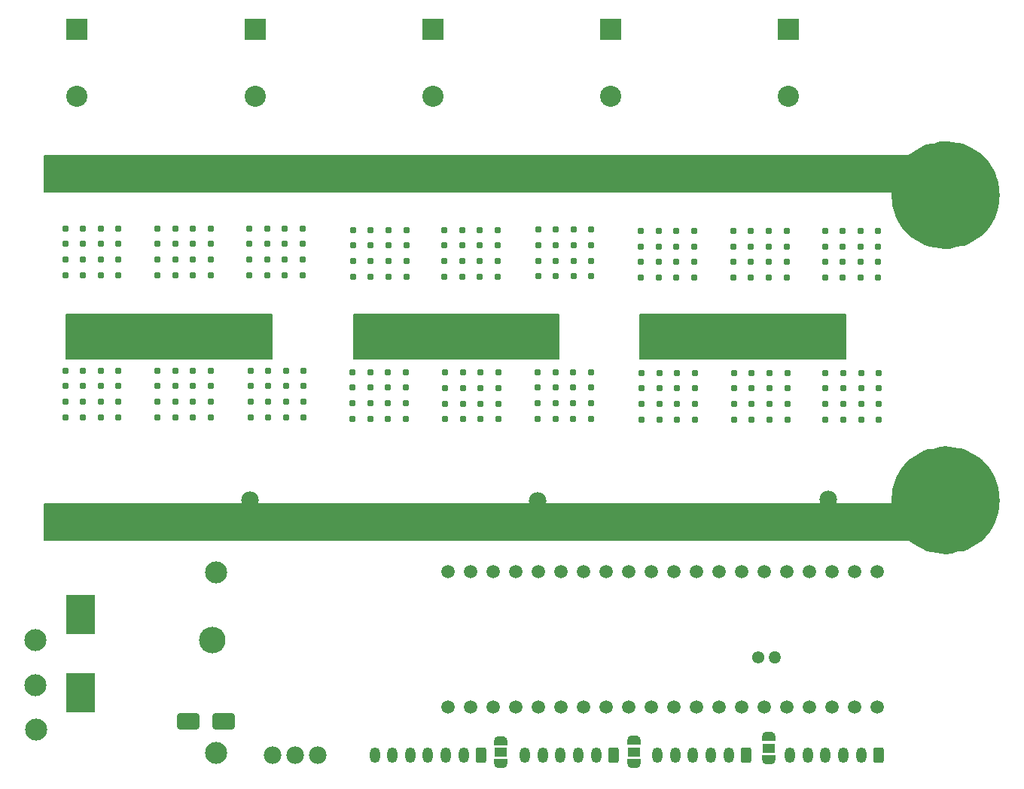
<source format=gbr>
%TF.GenerationSoftware,KiCad,Pcbnew,7.0.1-0*%
%TF.CreationDate,2023-08-30T12:53:19-04:00*%
%TF.ProjectId,MP2_DFN,4d50325f-4446-44e2-9e6b-696361645f70,rev?*%
%TF.SameCoordinates,Original*%
%TF.FileFunction,Soldermask,Bot*%
%TF.FilePolarity,Negative*%
%FSLAX46Y46*%
G04 Gerber Fmt 4.6, Leading zero omitted, Abs format (unit mm)*
G04 Created by KiCad (PCBNEW 7.0.1-0) date 2023-08-30 12:53:19*
%MOMM*%
%LPD*%
G01*
G04 APERTURE LIST*
G04 Aperture macros list*
%AMRoundRect*
0 Rectangle with rounded corners*
0 $1 Rounding radius*
0 $2 $3 $4 $5 $6 $7 $8 $9 X,Y pos of 4 corners*
0 Add a 4 corners polygon primitive as box body*
4,1,4,$2,$3,$4,$5,$6,$7,$8,$9,$2,$3,0*
0 Add four circle primitives for the rounded corners*
1,1,$1+$1,$2,$3*
1,1,$1+$1,$4,$5*
1,1,$1+$1,$6,$7*
1,1,$1+$1,$8,$9*
0 Add four rect primitives between the rounded corners*
20,1,$1+$1,$2,$3,$4,$5,0*
20,1,$1+$1,$4,$5,$6,$7,0*
20,1,$1+$1,$6,$7,$8,$9,0*
20,1,$1+$1,$8,$9,$2,$3,0*%
%AMFreePoly0*
4,1,21,0.540000,-0.740000,0.007966,-0.740000,0.007071,-0.737840,0.000000,-0.734911,-0.069719,-0.734911,-0.203510,-0.695626,-0.320814,-0.620239,-0.412128,-0.514857,-0.470052,-0.388020,-0.490000,-0.249286,-0.490000,0.249286,-0.470052,0.388020,-0.412128,0.514857,-0.320814,0.620239,-0.203510,0.695626,-0.069719,0.734911,0.000000,0.734911,0.007071,0.737840,0.007966,0.740000,0.540000,0.740000,
0.540000,-0.740000,0.540000,-0.740000,$1*%
%AMFreePoly1*
4,1,21,-0.007071,0.737840,0.000000,0.734911,0.069719,0.734911,0.203510,0.695626,0.320814,0.620239,0.412128,0.514857,0.470052,0.388020,0.490000,0.249286,0.490000,-0.249286,0.470052,-0.388020,0.412128,-0.514857,0.320814,-0.620239,0.203510,-0.695626,0.069719,-0.734911,0.000000,-0.734911,-0.007071,-0.737840,-0.007966,-0.740000,-0.540000,-0.740000,-0.540000,0.740000,-0.007966,0.740000,
-0.007071,0.737840,-0.007071,0.737840,$1*%
G04 Aperture macros list end*
%ADD10C,0.150000*%
%ADD11C,5.050000*%
%ADD12C,6.078332*%
%ADD13C,1.980000*%
%ADD14C,0.780000*%
%ADD15C,2.480000*%
%ADD16RoundRect,0.240000X0.350000X0.625000X-0.350000X0.625000X-0.350000X-0.625000X0.350000X-0.625000X0*%
%ADD17O,1.180000X1.730000*%
%ADD18R,2.380000X2.380000*%
%ADD19C,2.380000*%
%ADD20C,2.980000*%
%ADD21C,1.380000*%
%ADD22O,1.380000X1.380000*%
%ADD23C,1.504000*%
%ADD24FreePoly0,90.000000*%
%ADD25R,1.480000X0.980000*%
%ADD26FreePoly1,90.000000*%
%ADD27RoundRect,0.240000X1.000000X0.650000X-1.000000X0.650000X-1.000000X-0.650000X1.000000X-0.650000X0*%
%ADD28R,5.980000X3.980000*%
%ADD29RoundRect,0.240000X-1.400000X-2.000000X1.400000X-2.000000X1.400000X2.000000X-1.400000X2.000000X0*%
G04 APERTURE END LIST*
D10*
X53682500Y-52200000D02*
X152817500Y-52200000D01*
X152817500Y-56243600D01*
X53682500Y-56243600D01*
X53682500Y-52200000D01*
G36*
X53682500Y-52200000D02*
G01*
X152817500Y-52200000D01*
X152817500Y-56243600D01*
X53682500Y-56243600D01*
X53682500Y-52200000D01*
G37*
X53682500Y-91406400D02*
X152817500Y-91406400D01*
X152817500Y-95450000D01*
X53682500Y-95450000D01*
X53682500Y-91406400D01*
G36*
X53682500Y-91406400D02*
G01*
X152817500Y-91406400D01*
X152817500Y-95450000D01*
X53682500Y-95450000D01*
X53682500Y-91406400D01*
G37*
X120637300Y-70057000D02*
X143737300Y-70057000D01*
X143737300Y-75057000D01*
X120637300Y-75057000D01*
X120637300Y-70057000D01*
G36*
X120637300Y-70057000D02*
G01*
X143737300Y-70057000D01*
X143737300Y-75057000D01*
X120637300Y-75057000D01*
X120637300Y-70057000D01*
G37*
X88430800Y-70057000D02*
X111530800Y-70057000D01*
X111530800Y-75057000D01*
X88430800Y-75057000D01*
X88430800Y-70057000D01*
G36*
X88430800Y-70057000D02*
G01*
X111530800Y-70057000D01*
X111530800Y-75057000D01*
X88430800Y-75057000D01*
X88430800Y-70057000D01*
G37*
D11*
X157525000Y-56650000D02*
G75*
G03*
X157525000Y-56650000I-2525000J0D01*
G01*
D12*
X158039166Y-56650000D02*
G75*
G03*
X158039166Y-56650000I-3039166J0D01*
G01*
X158039166Y-91000000D02*
G75*
G03*
X158039166Y-91000000I-3039166J0D01*
G01*
D10*
X56147400Y-70057000D02*
X79247400Y-70057000D01*
X79247400Y-75057000D01*
X56147400Y-75057000D01*
X56147400Y-70057000D01*
G36*
X56147400Y-70057000D02*
G01*
X79247400Y-70057000D01*
X79247400Y-75057000D01*
X56147400Y-75057000D01*
X56147400Y-70057000D01*
G37*
D11*
X157525000Y-91000000D02*
G75*
G03*
X157525000Y-91000000I-2525000J0D01*
G01*
D13*
%TO.C,TpGND1*%
X76750000Y-91030000D03*
%TD*%
D14*
%TO.C,QA5*%
X76699000Y-60403300D03*
X76699000Y-62153300D03*
X76699000Y-63903300D03*
X76699000Y-65653300D03*
X78699000Y-60403300D03*
X78699000Y-62153300D03*
X78699000Y-63903300D03*
X78699000Y-65653300D03*
X80699000Y-60403300D03*
X80699000Y-62153300D03*
X80699000Y-63903300D03*
X80699000Y-65653300D03*
X82699000Y-60403300D03*
X82699000Y-62153300D03*
X82699000Y-63903300D03*
X82699000Y-65653300D03*
%TD*%
%TO.C,QB3*%
X98637500Y-60557200D03*
X98637500Y-62307200D03*
X98637500Y-64057200D03*
X98637500Y-65807200D03*
X100637500Y-60557200D03*
X100637500Y-62307200D03*
X100637500Y-64057200D03*
X100637500Y-65807200D03*
X102637500Y-60557200D03*
X102637500Y-62307200D03*
X102637500Y-64057200D03*
X102637500Y-65807200D03*
X104637500Y-60557200D03*
X104637500Y-62307200D03*
X104637500Y-64057200D03*
X104637500Y-65807200D03*
%TD*%
%TO.C,QC1*%
X120726000Y-60677800D03*
X120726000Y-62427800D03*
X120726000Y-64177800D03*
X120726000Y-65927800D03*
X122726000Y-60677800D03*
X122726000Y-62427800D03*
X122726000Y-64177800D03*
X122726000Y-65927800D03*
X124726000Y-60677800D03*
X124726000Y-62427800D03*
X124726000Y-64177800D03*
X124726000Y-65927800D03*
X126726000Y-60677800D03*
X126726000Y-62427800D03*
X126726000Y-64177800D03*
X126726000Y-65927800D03*
%TD*%
D15*
%TO.C,U6*%
X52654000Y-111813260D03*
X52654000Y-106733260D03*
X72974000Y-99113260D03*
X72974000Y-119433260D03*
%TD*%
D14*
%TO.C,QB1*%
X88359300Y-60565000D03*
X88359300Y-62315000D03*
X88359300Y-64065000D03*
X88359300Y-65815000D03*
X90359300Y-60565000D03*
X90359300Y-62315000D03*
X90359300Y-64065000D03*
X90359300Y-65815000D03*
X92359300Y-60565000D03*
X92359300Y-62315000D03*
X92359300Y-64065000D03*
X92359300Y-65815000D03*
X94359300Y-60565000D03*
X94359300Y-62315000D03*
X94359300Y-64065000D03*
X94359300Y-65815000D03*
%TD*%
%TO.C,QC4*%
X131202600Y-76666400D03*
X131202600Y-78416400D03*
X131202600Y-80166400D03*
X131202600Y-81916400D03*
X133202600Y-76666400D03*
X133202600Y-78416400D03*
X133202600Y-80166400D03*
X133202600Y-81916400D03*
X135202600Y-76666400D03*
X135202600Y-78416400D03*
X135202600Y-80166400D03*
X135202600Y-81916400D03*
X137202600Y-76666400D03*
X137202600Y-78416400D03*
X137202600Y-80166400D03*
X137202600Y-81916400D03*
%TD*%
D16*
%TO.C,J4*%
X117700000Y-119700000D03*
D17*
X115700000Y-119700000D03*
X113700000Y-119700000D03*
X111700000Y-119700000D03*
X109700000Y-119700000D03*
X107700000Y-119700000D03*
%TD*%
D18*
%TO.C,CR1*%
X57350000Y-38000000D03*
D19*
X57350000Y-45500000D03*
%TD*%
D20*
%TO.C,TpGND4*%
X72569000Y-106778260D03*
%TD*%
D14*
%TO.C,QA3*%
X66377500Y-60403300D03*
X66377500Y-62153300D03*
X66377500Y-63903300D03*
X66377500Y-65653300D03*
X68377500Y-60403300D03*
X68377500Y-62153300D03*
X68377500Y-63903300D03*
X68377500Y-65653300D03*
X70377500Y-60403300D03*
X70377500Y-62153300D03*
X70377500Y-63903300D03*
X70377500Y-65653300D03*
X72377500Y-60403300D03*
X72377500Y-62153300D03*
X72377500Y-63903300D03*
X72377500Y-65653300D03*
%TD*%
D13*
%TO.C,TpGND2*%
X109100000Y-91100000D03*
%TD*%
D14*
%TO.C,QB4*%
X98724400Y-76626500D03*
X98724400Y-78376500D03*
X98724400Y-80126500D03*
X98724400Y-81876500D03*
X100724400Y-76626500D03*
X100724400Y-78376500D03*
X100724400Y-80126500D03*
X100724400Y-81876500D03*
X102724400Y-76626500D03*
X102724400Y-78376500D03*
X102724400Y-80126500D03*
X102724400Y-81876500D03*
X104724400Y-76626500D03*
X104724400Y-78376500D03*
X104724400Y-80126500D03*
X104724400Y-81876500D03*
%TD*%
D16*
%TO.C,J2*%
X132600000Y-119700000D03*
D17*
X130600000Y-119700000D03*
X128600000Y-119700000D03*
X126600000Y-119700000D03*
X124600000Y-119700000D03*
X122600000Y-119700000D03*
%TD*%
D13*
%TO.C,U7*%
X79320000Y-119675000D03*
X81860000Y-119675000D03*
X84400000Y-119675000D03*
%TD*%
D16*
%TO.C,J1*%
X102800000Y-119700000D03*
D17*
X100800000Y-119700000D03*
X98800000Y-119700000D03*
X96800000Y-119700000D03*
X94800000Y-119700000D03*
X92800000Y-119700000D03*
X90800000Y-119700000D03*
%TD*%
D14*
%TO.C,QC3*%
X131114600Y-60677800D03*
X131114600Y-62427800D03*
X131114600Y-64177800D03*
X131114600Y-65927800D03*
X133114600Y-60677800D03*
X133114600Y-62427800D03*
X133114600Y-64177800D03*
X133114600Y-65927800D03*
X135114600Y-60677800D03*
X135114600Y-62427800D03*
X135114600Y-64177800D03*
X135114600Y-65927800D03*
X137114600Y-60677800D03*
X137114600Y-62427800D03*
X137114600Y-64177800D03*
X137114600Y-65927800D03*
%TD*%
D18*
%TO.C,CR2*%
X77350000Y-38000000D03*
D19*
X77350000Y-45500000D03*
%TD*%
D14*
%TO.C,QC5*%
X141427000Y-60677800D03*
X141427000Y-62427800D03*
X141427000Y-64177800D03*
X141427000Y-65927800D03*
X143427000Y-60677800D03*
X143427000Y-62427800D03*
X143427000Y-64177800D03*
X143427000Y-65927800D03*
X145427000Y-60677800D03*
X145427000Y-62427800D03*
X145427000Y-64177800D03*
X145427000Y-65927800D03*
X147427000Y-60677800D03*
X147427000Y-62427800D03*
X147427000Y-64177800D03*
X147427000Y-65927800D03*
%TD*%
D18*
%TO.C,CR3*%
X97350000Y-38000000D03*
D19*
X97350000Y-45500000D03*
%TD*%
D14*
%TO.C,QA2*%
X56003500Y-76405300D03*
X56003500Y-78155300D03*
X56003500Y-79905300D03*
X56003500Y-81655300D03*
X58003500Y-76405300D03*
X58003500Y-78155300D03*
X58003500Y-79905300D03*
X58003500Y-81655300D03*
X60003500Y-76405300D03*
X60003500Y-78155300D03*
X60003500Y-79905300D03*
X60003500Y-81655300D03*
X62003500Y-76405300D03*
X62003500Y-78155300D03*
X62003500Y-79905300D03*
X62003500Y-81655300D03*
%TD*%
D13*
%TO.C,TpGND3*%
X141800000Y-90900000D03*
%TD*%
D14*
%TO.C,QA1*%
X56003500Y-60403300D03*
X56003500Y-62153300D03*
X56003500Y-63903300D03*
X56003500Y-65653300D03*
X58003500Y-60403300D03*
X58003500Y-62153300D03*
X58003500Y-63903300D03*
X58003500Y-65653300D03*
X60003500Y-60403300D03*
X60003500Y-62153300D03*
X60003500Y-63903300D03*
X60003500Y-65653300D03*
X62003500Y-60403300D03*
X62003500Y-62153300D03*
X62003500Y-63903300D03*
X62003500Y-65653300D03*
%TD*%
D21*
%TO.C,NTC1*%
X133914000Y-108678260D03*
D22*
X135814000Y-108678260D03*
%TD*%
D14*
%TO.C,QA4*%
X66377500Y-76405300D03*
X66377500Y-78155300D03*
X66377500Y-79905300D03*
X66377500Y-81655300D03*
X68377500Y-76405300D03*
X68377500Y-78155300D03*
X68377500Y-79905300D03*
X68377500Y-81655300D03*
X70377500Y-76405300D03*
X70377500Y-78155300D03*
X70377500Y-79905300D03*
X70377500Y-81655300D03*
X72377500Y-76405300D03*
X72377500Y-78155300D03*
X72377500Y-79905300D03*
X72377500Y-81655300D03*
%TD*%
D23*
%TO.C,U5*%
X147329000Y-99028260D03*
X144789000Y-99028260D03*
X142249000Y-99028260D03*
X139709000Y-99028260D03*
X137169000Y-99028260D03*
X134629000Y-99028260D03*
X132089000Y-99028260D03*
X129549000Y-99028260D03*
X127009000Y-99028260D03*
X124469000Y-99028260D03*
X121929000Y-99028260D03*
X119389000Y-99028260D03*
X116849000Y-99028260D03*
X114309000Y-99028260D03*
X111769000Y-99028260D03*
X109229000Y-99028260D03*
X106689000Y-99028260D03*
X104149000Y-99028260D03*
X101609000Y-99028260D03*
X99069000Y-99028260D03*
X99069000Y-114268260D03*
X101609000Y-114268260D03*
X104149000Y-114268260D03*
X106689000Y-114268260D03*
X109229000Y-114268260D03*
X111769000Y-114268260D03*
X114285395Y-114278253D03*
X116849000Y-114268260D03*
X119389000Y-114268260D03*
X121929000Y-114268260D03*
X124469000Y-114268260D03*
X127009000Y-114268260D03*
X129549000Y-114268260D03*
X132089000Y-114268260D03*
X134629000Y-114268260D03*
X137169000Y-114268260D03*
X139709000Y-114268260D03*
X142249000Y-114268260D03*
X144789000Y-114268260D03*
X147329000Y-114268260D03*
%TD*%
D14*
%TO.C,QB5*%
X109175600Y-60541400D03*
X109175600Y-62291400D03*
X109175600Y-64041400D03*
X109175600Y-65791400D03*
X111175600Y-60541400D03*
X111175600Y-62291400D03*
X111175600Y-64041400D03*
X111175600Y-65791400D03*
X113175600Y-60541400D03*
X113175600Y-62291400D03*
X113175600Y-64041400D03*
X113175600Y-65791400D03*
X115175600Y-60541400D03*
X115175600Y-62291400D03*
X115175600Y-64041400D03*
X115175600Y-65791400D03*
%TD*%
%TO.C,QB6*%
X109133700Y-76567000D03*
X109133700Y-78317000D03*
X109133700Y-80067000D03*
X109133700Y-81817000D03*
X111133700Y-76567000D03*
X111133700Y-78317000D03*
X111133700Y-80067000D03*
X111133700Y-81817000D03*
X113133700Y-76567000D03*
X113133700Y-78317000D03*
X113133700Y-80067000D03*
X113133700Y-81817000D03*
X115133700Y-76567000D03*
X115133700Y-78317000D03*
X115133700Y-80067000D03*
X115133700Y-81817000D03*
%TD*%
%TO.C,QA6*%
X76831500Y-76405300D03*
X76831500Y-78155300D03*
X76831500Y-79905300D03*
X76831500Y-81655300D03*
X78831500Y-76405300D03*
X78831500Y-78155300D03*
X78831500Y-79905300D03*
X78831500Y-81655300D03*
X80831500Y-76405300D03*
X80831500Y-78155300D03*
X80831500Y-79905300D03*
X80831500Y-81655300D03*
X82831500Y-76405300D03*
X82831500Y-78155300D03*
X82831500Y-79905300D03*
X82831500Y-81655300D03*
%TD*%
%TO.C,QB2*%
X88296800Y-76567000D03*
X88296800Y-78317000D03*
X88296800Y-80067000D03*
X88296800Y-81817000D03*
X90296800Y-76567000D03*
X90296800Y-78317000D03*
X90296800Y-80067000D03*
X90296800Y-81817000D03*
X92296800Y-76567000D03*
X92296800Y-78317000D03*
X92296800Y-80067000D03*
X92296800Y-81817000D03*
X94296800Y-76567000D03*
X94296800Y-78317000D03*
X94296800Y-80067000D03*
X94296800Y-81817000D03*
%TD*%
%TO.C,QC2*%
X120825800Y-76666400D03*
X120825800Y-78416400D03*
X120825800Y-80166400D03*
X120825800Y-81916400D03*
X122825800Y-76666400D03*
X122825800Y-78416400D03*
X122825800Y-80166400D03*
X122825800Y-81916400D03*
X124825800Y-76666400D03*
X124825800Y-78416400D03*
X124825800Y-80166400D03*
X124825800Y-81916400D03*
X126825800Y-76666400D03*
X126825800Y-78416400D03*
X126825800Y-80166400D03*
X126825800Y-81916400D03*
%TD*%
D16*
%TO.C,J3*%
X147500000Y-119700000D03*
D17*
X145500000Y-119700000D03*
X143500000Y-119700000D03*
X141500000Y-119700000D03*
X139500000Y-119700000D03*
X137500000Y-119700000D03*
%TD*%
D18*
%TO.C,CR5*%
X137350000Y-38000000D03*
D19*
X137350000Y-45500000D03*
%TD*%
D14*
%TO.C,QC6*%
X141508000Y-76666400D03*
X141508000Y-78416400D03*
X141508000Y-80166400D03*
X141508000Y-81916400D03*
X143508000Y-76666400D03*
X143508000Y-78416400D03*
X143508000Y-80166400D03*
X143508000Y-81916400D03*
X145508000Y-76666400D03*
X145508000Y-78416400D03*
X145508000Y-80166400D03*
X145508000Y-81916400D03*
X147508000Y-76666400D03*
X147508000Y-78416400D03*
X147508000Y-80166400D03*
X147508000Y-81916400D03*
%TD*%
D18*
%TO.C,CR4*%
X117350000Y-38000000D03*
D19*
X117350000Y-45500000D03*
%TD*%
D15*
%TO.C,Tp12V1*%
X52700000Y-116800000D03*
%TD*%
D24*
%TO.C,JP1*%
X135100000Y-120200000D03*
D25*
X135100000Y-118900000D03*
D26*
X135100000Y-117600000D03*
%TD*%
D27*
%TO.C,D10*%
X73800000Y-115900000D03*
X69800000Y-115900000D03*
%TD*%
D28*
%TO.C,PHA_1*%
X59290000Y-72500000D03*
%TD*%
%TO.C,PHB_2*%
X108500000Y-72500000D03*
%TD*%
%TO.C,PHC_2*%
X140850000Y-72500000D03*
%TD*%
%TO.C,PHC_1*%
X123983100Y-72500000D03*
%TD*%
D24*
%TO.C,JP3*%
X119950000Y-120625000D03*
D25*
X119950000Y-119325000D03*
D26*
X119950000Y-118025000D03*
%TD*%
D28*
%TO.C,PHB_1*%
X91802000Y-72500000D03*
%TD*%
%TO.C,PHA_2*%
X76054000Y-72500000D03*
%TD*%
D29*
%TO.C,D8*%
X57725000Y-112650000D03*
X57725000Y-103850000D03*
%TD*%
D24*
%TO.C,JP2*%
X104975000Y-120650000D03*
D25*
X104975000Y-119350000D03*
D26*
X104975000Y-118050000D03*
%TD*%
M02*

</source>
